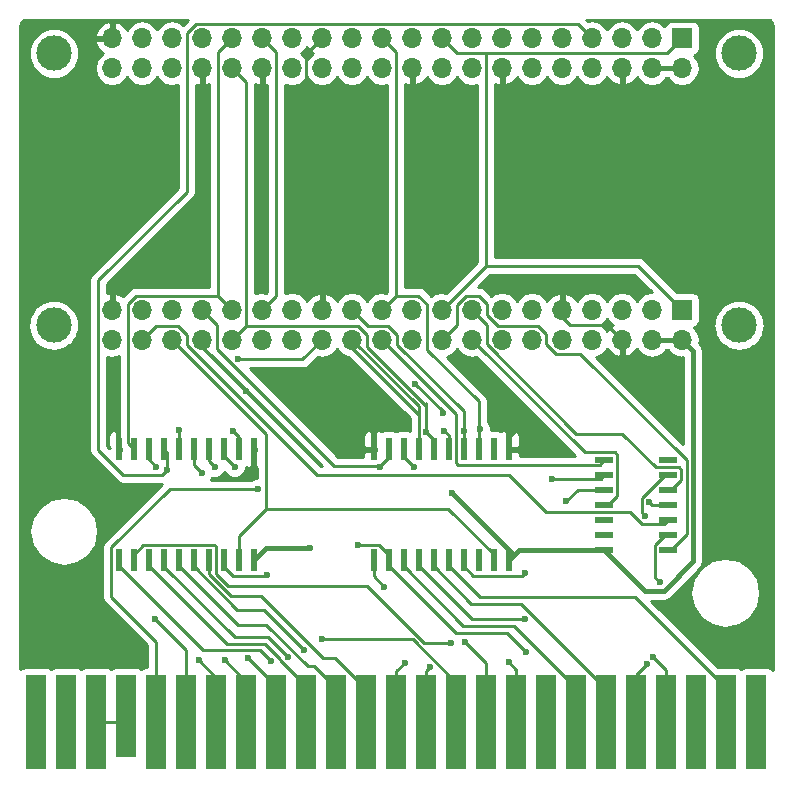
<source format=gbr>
G04 #@! TF.FileFunction,Copper,L1,Top,Mixed*
%FSLAX46Y46*%
G04 Gerber Fmt 4.6, Leading zero omitted, Abs format (unit mm)*
G04 Created by KiCad (PCBNEW 4.0.7) date 01/19/18 22:03:17*
%MOMM*%
%LPD*%
G01*
G04 APERTURE LIST*
%ADD10C,0.100000*%
%ADD11R,1.800000X8.000000*%
%ADD12R,1.800000X7.000000*%
%ADD13R,0.600000X1.950000*%
%ADD14R,1.500000X0.600000*%
%ADD15R,1.700000X1.700000*%
%ADD16O,1.700000X1.700000*%
%ADD17C,3.000000*%
%ADD18C,0.600000*%
%ADD19C,0.250000*%
%ADD20C,0.400000*%
%ADD21C,0.254000*%
G04 APERTURE END LIST*
D10*
D11*
X187949840Y-109827440D03*
X185409840Y-109827440D03*
X182869840Y-109827440D03*
X180329840Y-109827440D03*
X177789840Y-109827440D03*
X175249840Y-109827440D03*
X172709840Y-109827440D03*
X170169840Y-109827440D03*
X167629840Y-109827440D03*
X165089840Y-109827440D03*
X162549840Y-109827440D03*
X160009840Y-109827440D03*
X157469840Y-109827440D03*
X154929840Y-109827440D03*
X152389840Y-109827440D03*
X149849840Y-109827440D03*
X147309840Y-109827440D03*
X144769840Y-109827440D03*
X142229840Y-109827440D03*
X139689840Y-109827440D03*
X137149840Y-109827440D03*
D12*
X134604760Y-109334680D03*
D11*
X132069840Y-109827440D03*
X129529840Y-109827440D03*
X126989840Y-109827440D03*
D13*
X167005000Y-86740000D03*
X165735000Y-86740000D03*
X164465000Y-86740000D03*
X163195000Y-86740000D03*
X161925000Y-86740000D03*
X160655000Y-86740000D03*
X159385000Y-86740000D03*
X158115000Y-86740000D03*
X156845000Y-86740000D03*
X155575000Y-86740000D03*
X155575000Y-96140000D03*
X156845000Y-96140000D03*
X158115000Y-96140000D03*
X159385000Y-96140000D03*
X160655000Y-96140000D03*
X161925000Y-96140000D03*
X163195000Y-96140000D03*
X164465000Y-96140000D03*
X165735000Y-96140000D03*
X167005000Y-96140000D03*
X145415000Y-86740000D03*
X144145000Y-86740000D03*
X142875000Y-86740000D03*
X141605000Y-86740000D03*
X140335000Y-86740000D03*
X139065000Y-86740000D03*
X137795000Y-86740000D03*
X136525000Y-86740000D03*
X135255000Y-86740000D03*
X133985000Y-86740000D03*
X133985000Y-96140000D03*
X135255000Y-96140000D03*
X136525000Y-96140000D03*
X137795000Y-96140000D03*
X139065000Y-96140000D03*
X140335000Y-96140000D03*
X141605000Y-96140000D03*
X142875000Y-96140000D03*
X144145000Y-96140000D03*
X145415000Y-96140000D03*
D14*
X180500000Y-95250000D03*
X180500000Y-93980000D03*
X180500000Y-92710000D03*
X180500000Y-91440000D03*
X180500000Y-90170000D03*
X180500000Y-88900000D03*
X180500000Y-87630000D03*
X175100000Y-87630000D03*
X175100000Y-88900000D03*
X175100000Y-90170000D03*
X175100000Y-91440000D03*
X175100000Y-92710000D03*
X175100000Y-93980000D03*
X175100000Y-95250000D03*
D15*
X181674000Y-74930000D03*
D16*
X181674000Y-77470000D03*
X179134000Y-74930000D03*
X179134000Y-77470000D03*
X176594000Y-74930000D03*
X176594000Y-77470000D03*
X174054000Y-74930000D03*
X174054000Y-77470000D03*
X171514000Y-74930000D03*
X171514000Y-77470000D03*
X168974000Y-74930000D03*
X168974000Y-77470000D03*
X166434000Y-74930000D03*
X166434000Y-77470000D03*
X163894000Y-74930000D03*
X163894000Y-77470000D03*
X161354000Y-74930000D03*
X161354000Y-77470000D03*
X158814000Y-74930000D03*
X158814000Y-77470000D03*
X156274000Y-74930000D03*
X156274000Y-77470000D03*
X153734000Y-74930000D03*
X153734000Y-77470000D03*
X151194000Y-74930000D03*
X151194000Y-77470000D03*
X148654000Y-74930000D03*
X148654000Y-77470000D03*
X146114000Y-74930000D03*
X146114000Y-77470000D03*
X143574000Y-74930000D03*
X143574000Y-77470000D03*
X141034000Y-74930000D03*
X141034000Y-77470000D03*
X138494000Y-74930000D03*
X138494000Y-77470000D03*
X135954000Y-74930000D03*
X135954000Y-77470000D03*
X133414000Y-74930000D03*
X133414000Y-77470000D03*
D15*
X181674000Y-51943000D03*
D16*
X181674000Y-54483000D03*
X179134000Y-51943000D03*
X179134000Y-54483000D03*
X176594000Y-51943000D03*
X176594000Y-54483000D03*
X174054000Y-51943000D03*
X174054000Y-54483000D03*
X171514000Y-51943000D03*
X171514000Y-54483000D03*
X168974000Y-51943000D03*
X168974000Y-54483000D03*
X166434000Y-51943000D03*
X166434000Y-54483000D03*
X163894000Y-51943000D03*
X163894000Y-54483000D03*
X161354000Y-51943000D03*
X161354000Y-54483000D03*
X158814000Y-51943000D03*
X158814000Y-54483000D03*
X156274000Y-51943000D03*
X156274000Y-54483000D03*
X153734000Y-51943000D03*
X153734000Y-54483000D03*
X151194000Y-51943000D03*
X151194000Y-54483000D03*
X148654000Y-51943000D03*
X148654000Y-54483000D03*
X146114000Y-51943000D03*
X146114000Y-54483000D03*
X143574000Y-51943000D03*
X143574000Y-54483000D03*
X141034000Y-51943000D03*
X141034000Y-54483000D03*
X138494000Y-51943000D03*
X138494000Y-54483000D03*
X135954000Y-51943000D03*
X135954000Y-54483000D03*
X133414000Y-51943000D03*
X133414000Y-54483000D03*
D17*
X128500000Y-76213000D03*
X128500000Y-53213000D03*
X186500000Y-53213000D03*
X186500000Y-76213000D03*
X186500000Y-76213000D03*
X186500000Y-53213000D03*
X128500000Y-53213000D03*
X128500000Y-76213000D03*
D18*
X152425400Y-79451200D03*
X161417000Y-83680300D03*
X159092900Y-81178400D03*
X149860000Y-84074000D03*
X130556000Y-103378000D03*
X133350000Y-103378000D03*
X130556000Y-102108000D03*
X133350000Y-102108000D03*
X155575000Y-86740000D03*
X145415000Y-86740000D03*
X167005000Y-86740000D03*
X164846000Y-80772000D03*
X144780000Y-81788000D03*
X133604000Y-82804000D03*
X146050000Y-80264000D03*
X180500000Y-87630000D03*
X180340000Y-83058000D03*
X133350000Y-63500000D03*
X130790000Y-63500000D03*
X130810000Y-68580000D03*
X162168800Y-90415200D03*
X150214100Y-95095200D03*
X142102800Y-88236100D03*
X138068700Y-88453600D03*
X137173400Y-88226100D03*
X144111600Y-79133100D03*
X143790600Y-88239000D03*
X143654200Y-85185400D03*
X141014700Y-88732300D03*
X139121700Y-85084000D03*
X179824500Y-98008200D03*
X178890900Y-91234200D03*
X179253900Y-104359800D03*
X178534500Y-92387700D03*
X178694400Y-104938700D03*
X168417400Y-101081100D03*
X154198600Y-94860700D03*
X168451000Y-103936900D03*
X171863500Y-91144500D03*
X156446600Y-98366400D03*
X167005800Y-104770600D03*
X163337800Y-103061400D03*
X162078700Y-103149400D03*
X146878800Y-104666100D03*
X151186900Y-102799100D03*
X160339000Y-105190700D03*
X158176500Y-104811800D03*
X146491100Y-97426000D03*
X149699100Y-103741300D03*
X148273700Y-104314200D03*
X144963900Y-104447900D03*
X142954700Y-104614300D03*
X140732100Y-104575000D03*
X137078100Y-101086800D03*
X170689900Y-89228000D03*
X145774200Y-90077900D03*
X161534800Y-85175700D03*
X163175800Y-85197800D03*
X159996500Y-85279500D03*
X164542900Y-85058000D03*
X156138800Y-88201300D03*
X158982200Y-88246700D03*
X168349000Y-97189200D03*
D19*
X161417000Y-83502500D02*
X161417000Y-83680300D01*
X159092900Y-81178400D02*
X161417000Y-83502500D01*
X171514000Y-74930000D02*
X171514000Y-75502000D01*
X171514000Y-75502000D02*
X172212000Y-76200000D01*
X172212000Y-76200000D02*
X175324000Y-76200000D01*
X175324000Y-76200000D02*
X176594000Y-77470000D01*
X133350000Y-103378000D02*
X130556000Y-103378000D01*
X133350000Y-102108000D02*
X130556000Y-102108000D01*
X167005000Y-86740000D02*
X167005000Y-85725000D01*
X168148000Y-84074000D02*
X164846000Y-80772000D01*
X168148000Y-84582000D02*
X168148000Y-84074000D01*
X167005000Y-85725000D02*
X168148000Y-84582000D01*
X151194000Y-74930000D02*
X151194000Y-72454000D01*
X149860000Y-53277000D02*
X151194000Y-51943000D01*
X149860000Y-55626000D02*
X149860000Y-53277000D01*
X150368000Y-56134000D02*
X149860000Y-55626000D01*
X150368000Y-71628000D02*
X150368000Y-56134000D01*
X151194000Y-72454000D02*
X150368000Y-71628000D01*
X141034000Y-77470000D02*
X141034000Y-78042000D01*
X141034000Y-78042000D02*
X144780000Y-81788000D01*
X133985000Y-86740000D02*
X133985000Y-83185000D01*
X133985000Y-83185000D02*
X133604000Y-82804000D01*
X146050000Y-80264000D02*
X149860000Y-84074000D01*
X152526000Y-86740000D02*
X155575000Y-86740000D01*
X149860000Y-84074000D02*
X152526000Y-86740000D01*
X130790000Y-63500000D02*
X130810000Y-63500000D01*
D20*
X179134000Y-54483000D02*
X181674000Y-54483000D01*
X181674000Y-77470000D02*
X179134000Y-77470000D01*
X178571400Y-98721400D02*
X175100000Y-95250000D01*
X180117900Y-98721400D02*
X178571400Y-98721400D01*
X182600400Y-96238900D02*
X180117900Y-98721400D01*
X182600400Y-78396400D02*
X182600400Y-96238900D01*
X181674000Y-77470000D02*
X182600400Y-78396400D01*
X167449300Y-95695700D02*
X162168800Y-90415200D01*
X167895000Y-95250000D02*
X167449300Y-95695700D01*
X175100000Y-95250000D02*
X167895000Y-95250000D01*
X167449300Y-95695700D02*
X167005000Y-96140000D01*
X146459800Y-95095200D02*
X145415000Y-96140000D01*
X150214100Y-95095200D02*
X146459800Y-95095200D01*
D19*
X141605000Y-87738300D02*
X142102800Y-88236100D01*
X141605000Y-86740000D02*
X141605000Y-87738300D01*
X137634000Y-88888300D02*
X138068700Y-88453600D01*
X134350100Y-88888300D02*
X137634000Y-88888300D01*
X132236800Y-86775000D02*
X134350100Y-88888300D01*
X132236800Y-72448100D02*
X132236800Y-86775000D01*
X139764000Y-64920900D02*
X132236800Y-72448100D01*
X139764000Y-51518600D02*
X139764000Y-64920900D01*
X140523900Y-50758700D02*
X139764000Y-51518600D01*
X172869700Y-50758700D02*
X140523900Y-50758700D01*
X174054000Y-51943000D02*
X172869700Y-50758700D01*
X138068700Y-87013700D02*
X137795000Y-86740000D01*
X138068700Y-88453600D02*
X138068700Y-87013700D01*
X134755400Y-86240400D02*
X135255000Y-86740000D01*
X134755400Y-74454500D02*
X134755400Y-86240400D01*
X135470500Y-73739400D02*
X134755400Y-74454500D01*
X142383400Y-73739400D02*
X135470500Y-73739400D01*
X142383400Y-53133600D02*
X142383400Y-73739400D01*
X143574000Y-51943000D02*
X142383400Y-53133600D01*
X142383400Y-73739400D02*
X143574000Y-74930000D01*
X136525000Y-87577700D02*
X137173400Y-88226100D01*
X136525000Y-86740000D02*
X136525000Y-87577700D01*
X149530900Y-79133100D02*
X144111600Y-79133100D01*
X151194000Y-77470000D02*
X149530900Y-79133100D01*
X142875000Y-87323400D02*
X143790600Y-88239000D01*
X142875000Y-86740000D02*
X142875000Y-87323400D01*
X174689600Y-88040400D02*
X175100000Y-87630000D01*
X162695100Y-88040400D02*
X174689600Y-88040400D01*
X162550400Y-87895700D02*
X162695100Y-88040400D01*
X162550400Y-83746400D02*
X162550400Y-87895700D01*
X156274000Y-77470000D02*
X162550400Y-83746400D01*
X144145000Y-85676200D02*
X143654200Y-85185400D01*
X144145000Y-86740000D02*
X144145000Y-85676200D01*
X140335000Y-88052600D02*
X141014700Y-88732300D01*
X140335000Y-86740000D02*
X140335000Y-88052600D01*
X147304600Y-73739400D02*
X146114000Y-74930000D01*
X147304600Y-53133600D02*
X147304600Y-73739400D01*
X146114000Y-51943000D02*
X147304600Y-53133600D01*
X139121700Y-86683300D02*
X139121700Y-85084000D01*
X139065000Y-86740000D02*
X139121700Y-86683300D01*
X179424600Y-97608300D02*
X179824500Y-98008200D01*
X179424600Y-94815300D02*
X179424600Y-97608300D01*
X180259900Y-93980000D02*
X179424600Y-94815300D01*
X180500000Y-93980000D02*
X180259900Y-93980000D01*
X180329800Y-105435700D02*
X180329800Y-109827400D01*
X179253900Y-104359800D02*
X180329800Y-105435700D01*
X179096700Y-91440000D02*
X178890900Y-91234200D01*
X180500000Y-91440000D02*
X179096700Y-91440000D01*
X178240300Y-92093500D02*
X178534500Y-92387700D01*
X178240300Y-90854100D02*
X178240300Y-92093500D01*
X180194400Y-88900000D02*
X178240300Y-90854100D01*
X180500000Y-88900000D02*
X180194400Y-88900000D01*
X177789800Y-105843300D02*
X177789800Y-109827400D01*
X178694400Y-104938700D02*
X177789800Y-105843300D01*
X163861000Y-101081100D02*
X168417400Y-101081100D01*
X159385000Y-96605100D02*
X163861000Y-101081100D01*
X159385000Y-96140000D02*
X159385000Y-96605100D01*
X175249800Y-106995300D02*
X175249800Y-109827400D01*
X168061100Y-99806600D02*
X175249800Y-106995300D01*
X163839500Y-99806600D02*
X168061100Y-99806600D01*
X160655000Y-96622100D02*
X163839500Y-99806600D01*
X160655000Y-96140000D02*
X160655000Y-96622100D01*
X156845000Y-95674900D02*
X156845000Y-96140000D01*
X156009700Y-94839600D02*
X156845000Y-95674900D01*
X154219700Y-94839600D02*
X156009700Y-94839600D01*
X154198600Y-94860700D02*
X154219700Y-94839600D01*
X166838900Y-102324800D02*
X168451000Y-103936900D01*
X162551600Y-102324800D02*
X166838900Y-102324800D01*
X156845000Y-96618200D02*
X162551600Y-102324800D01*
X156845000Y-96140000D02*
X156845000Y-96618200D01*
X172709800Y-106987900D02*
X172709800Y-109827400D01*
X167424800Y-101702900D02*
X172709800Y-106987900D01*
X163155200Y-101702900D02*
X167424800Y-101702900D01*
X158115000Y-96662700D02*
X163155200Y-101702900D01*
X158115000Y-96140000D02*
X158115000Y-96662700D01*
X172838000Y-90170000D02*
X171863500Y-91144500D01*
X175100000Y-90170000D02*
X172838000Y-90170000D01*
X155575000Y-97494800D02*
X156446600Y-98366400D01*
X155575000Y-96140000D02*
X155575000Y-97494800D01*
X167629800Y-105394600D02*
X167629800Y-109827400D01*
X167005800Y-104770600D02*
X167629800Y-105394600D01*
X165089800Y-104813400D02*
X165089800Y-109827400D01*
X163337800Y-103061400D02*
X165089800Y-104813400D01*
X135255000Y-95652300D02*
X135255000Y-96140000D01*
X136067700Y-94839600D02*
X135255000Y-95652300D01*
X142088500Y-94839600D02*
X136067700Y-94839600D01*
X142249600Y-95000700D02*
X142088500Y-94839600D01*
X142249600Y-97276300D02*
X142249600Y-95000700D01*
X143259800Y-98286500D02*
X142249600Y-97276300D01*
X154975200Y-98286500D02*
X143259800Y-98286500D01*
X159838100Y-103149400D02*
X154975200Y-98286500D01*
X162078700Y-103149400D02*
X159838100Y-103149400D01*
X145966900Y-103754200D02*
X146878800Y-104666100D01*
X141130200Y-103754200D02*
X145966900Y-103754200D01*
X133985000Y-96609000D02*
X141130200Y-103754200D01*
X133985000Y-96140000D02*
X133985000Y-96609000D01*
X158850900Y-102799100D02*
X151186900Y-102799100D01*
X162549800Y-106498000D02*
X158850900Y-102799100D01*
X162549800Y-109827400D02*
X162549800Y-106498000D01*
X160009800Y-105519900D02*
X160009800Y-109827400D01*
X160339000Y-105190700D02*
X160009800Y-105519900D01*
X157469800Y-105518500D02*
X157469800Y-109827400D01*
X158176500Y-104811800D02*
X157469800Y-105518500D01*
X146463600Y-97453500D02*
X146491100Y-97426000D01*
X143634700Y-97453500D02*
X146463600Y-97453500D01*
X142875000Y-96693800D02*
X143634700Y-97453500D01*
X142875000Y-96140000D02*
X142875000Y-96693800D01*
X154929800Y-106998200D02*
X154929800Y-109827400D01*
X152307300Y-104375700D02*
X154929800Y-106998200D01*
X151290000Y-104375700D02*
X152307300Y-104375700D01*
X146055300Y-99141000D02*
X151290000Y-104375700D01*
X143461400Y-99141000D02*
X146055300Y-99141000D01*
X141605000Y-97284600D02*
X143461400Y-99141000D01*
X141605000Y-96140000D02*
X141605000Y-97284600D01*
X146272000Y-100314200D02*
X149699100Y-103741300D01*
X143997700Y-100314200D02*
X146272000Y-100314200D01*
X140335000Y-96651500D02*
X143997700Y-100314200D01*
X140335000Y-96140000D02*
X140335000Y-96651500D01*
X152389800Y-106990600D02*
X152389800Y-109827400D01*
X150519800Y-105120600D02*
X152389800Y-106990600D01*
X149964500Y-105120600D02*
X150519800Y-105120600D01*
X146442500Y-101598600D02*
X149964500Y-105120600D01*
X144057400Y-101598600D02*
X146442500Y-101598600D01*
X139065000Y-96606200D02*
X144057400Y-101598600D01*
X139065000Y-96140000D02*
X139065000Y-96606200D01*
X146620000Y-102660500D02*
X148273700Y-104314200D01*
X143785800Y-102660500D02*
X146620000Y-102660500D01*
X137795000Y-96669700D02*
X143785800Y-102660500D01*
X137795000Y-96140000D02*
X137795000Y-96669700D01*
X149849800Y-106774600D02*
X149849800Y-109827400D01*
X147648400Y-104573200D02*
X149849800Y-106774600D01*
X147648400Y-104488700D02*
X147648400Y-104573200D01*
X146383700Y-103224000D02*
X147648400Y-104488700D01*
X143121400Y-103224000D02*
X146383700Y-103224000D01*
X136525000Y-96627600D02*
X143121400Y-103224000D01*
X136525000Y-96140000D02*
X136525000Y-96627600D01*
X147309800Y-106793800D02*
X147309800Y-109827400D01*
X144963900Y-104447900D02*
X147309800Y-106793800D01*
X144769800Y-106429400D02*
X144769800Y-109827400D01*
X142954700Y-104614300D02*
X144769800Y-106429400D01*
X142229800Y-106072700D02*
X142229800Y-109827400D01*
X140732100Y-104575000D02*
X142229800Y-106072700D01*
X139689800Y-103698500D02*
X139689800Y-109827400D01*
X137078100Y-101086800D02*
X139689800Y-103698500D01*
X174772000Y-89228000D02*
X170689900Y-89228000D01*
X175100000Y-88900000D02*
X174772000Y-89228000D01*
X137149800Y-103031800D02*
X137149800Y-109827400D01*
X133355400Y-99237400D02*
X137149800Y-103031800D01*
X133355400Y-95024500D02*
X133355400Y-99237400D01*
X138302000Y-90077900D02*
X133355400Y-95024500D01*
X145774200Y-90077900D02*
X138302000Y-90077900D01*
X180404000Y-53213000D02*
X165082100Y-53213000D01*
X181674000Y-51943000D02*
X180404000Y-53213000D01*
X162624000Y-53213000D02*
X161354000Y-51943000D01*
X165082100Y-53213000D02*
X162624000Y-53213000D01*
X165082100Y-71201900D02*
X161354000Y-74930000D01*
X165082100Y-53213000D02*
X165082100Y-71201900D01*
X177945900Y-71201900D02*
X181674000Y-74930000D01*
X165082100Y-71201900D02*
X177945900Y-71201900D01*
X180123300Y-93086700D02*
X180500000Y-92710000D01*
X178267800Y-93086700D02*
X180123300Y-93086700D01*
X177246500Y-92065400D02*
X178267800Y-93086700D01*
X170180300Y-92065400D02*
X177246500Y-92065400D01*
X167002800Y-88887900D02*
X170180300Y-92065400D01*
X150753600Y-88887900D02*
X167002800Y-88887900D01*
X139764000Y-77898300D02*
X150753600Y-88887900D01*
X139764000Y-77036300D02*
X139764000Y-77898300D01*
X139022300Y-76294600D02*
X139764000Y-77036300D01*
X137129400Y-76294600D02*
X139022300Y-76294600D01*
X135954000Y-77470000D02*
X137129400Y-76294600D01*
X162624000Y-76200000D02*
X161354000Y-77470000D01*
X162624000Y-74521800D02*
X162624000Y-76200000D01*
X163409900Y-73735900D02*
X162624000Y-74521800D01*
X164452900Y-73735900D02*
X163409900Y-73735900D01*
X165164000Y-74447000D02*
X164452900Y-73735900D01*
X165164000Y-75339400D02*
X165164000Y-74447000D01*
X166119200Y-76294600D02*
X165164000Y-75339400D01*
X169460800Y-76294600D02*
X166119200Y-76294600D01*
X170149300Y-76983100D02*
X169460800Y-76294600D01*
X170149300Y-77835300D02*
X170149300Y-76983100D01*
X170959300Y-78645300D02*
X170149300Y-77835300D01*
X173064400Y-78645300D02*
X170959300Y-78645300D01*
X182075000Y-87655900D02*
X173064400Y-78645300D01*
X182075000Y-93936700D02*
X182075000Y-87655900D01*
X180761700Y-95250000D02*
X182075000Y-93936700D01*
X180500000Y-95250000D02*
X180761700Y-95250000D01*
X153734000Y-77470000D02*
X153734000Y-78169000D01*
X153734000Y-78169000D02*
X159371200Y-83806200D01*
X159371200Y-86726200D02*
X159385000Y-86740000D01*
X159371200Y-83107200D02*
X159371200Y-83806200D01*
X159371200Y-83806200D02*
X159371200Y-86726200D01*
X153734000Y-77470000D02*
X159371200Y-83107200D01*
X161925000Y-85565900D02*
X161534800Y-85175700D01*
X161925000Y-86740000D02*
X161925000Y-85565900D01*
X163175800Y-83509900D02*
X163175800Y-85197800D01*
X157544000Y-77878100D02*
X163175800Y-83509900D01*
X157544000Y-77039000D02*
X157544000Y-77878100D01*
X156799600Y-76294600D02*
X157544000Y-77039000D01*
X155098600Y-76294600D02*
X156799600Y-76294600D01*
X153734000Y-74930000D02*
X155098600Y-76294600D01*
X163175800Y-86720800D02*
X163195000Y-86740000D01*
X163175800Y-85197800D02*
X163175800Y-86720800D01*
X165735000Y-95617200D02*
X165735000Y-96140000D01*
X161881900Y-91764100D02*
X165735000Y-95617200D01*
X146428000Y-91764100D02*
X161881900Y-91764100D01*
X146428000Y-85404000D02*
X146428000Y-91764100D01*
X138494000Y-77470000D02*
X146428000Y-85404000D01*
X144145000Y-94047100D02*
X144145000Y-96140000D01*
X146428000Y-91764100D02*
X144145000Y-94047100D01*
X155004000Y-78089000D02*
X159996500Y-83081500D01*
X155004000Y-77965800D02*
X155004000Y-78089000D01*
X159996500Y-82858100D02*
X159996500Y-83185000D01*
X159996500Y-83185000D02*
X159996500Y-85279500D01*
X159996500Y-82858100D02*
X159996500Y-83081500D01*
X155004000Y-77965800D02*
X155004000Y-77070700D01*
X155028200Y-77889800D02*
X155028200Y-77990000D01*
X155004000Y-77070700D02*
X155004000Y-77865600D01*
X155004000Y-77865600D02*
X155028200Y-77889800D01*
X160655000Y-85938000D02*
X159996500Y-85279500D01*
X160655000Y-86740000D02*
X160655000Y-85938000D01*
X144775500Y-55684500D02*
X144775500Y-76268500D01*
X143574000Y-54483000D02*
X144775500Y-55684500D01*
X143574000Y-77470000D02*
X144775500Y-76268500D01*
X154201800Y-76268500D02*
X155004000Y-77070700D01*
X144775500Y-76268500D02*
X154201800Y-76268500D01*
X164542900Y-85058000D02*
X164465000Y-85058000D01*
X164465000Y-85058000D02*
X164465000Y-86740000D01*
X164465000Y-82687100D02*
X164465000Y-85058000D01*
X160084000Y-78306100D02*
X164465000Y-82687100D01*
X160084000Y-74476100D02*
X160084000Y-78306100D01*
X159347300Y-73739400D02*
X160084000Y-74476100D01*
X157464600Y-73739400D02*
X159347300Y-73739400D01*
X157464600Y-53133600D02*
X157464600Y-73739400D01*
X156274000Y-51943000D02*
X157464600Y-53133600D01*
X157464600Y-73739400D02*
X156274000Y-74930000D01*
X156138800Y-88139700D02*
X156138800Y-88201300D01*
X156845000Y-87433500D02*
X156845000Y-86740000D01*
X156138800Y-88139700D02*
X156845000Y-87433500D01*
X152233900Y-88139700D02*
X156138800Y-88139700D01*
X142304000Y-78209800D02*
X152233900Y-88139700D01*
X142304000Y-76200000D02*
X142304000Y-78209800D01*
X141034000Y-74930000D02*
X142304000Y-76200000D01*
X158115000Y-87379500D02*
X158982200Y-88246700D01*
X158115000Y-86740000D02*
X158115000Y-87379500D01*
X180742300Y-90170000D02*
X180500000Y-90170000D01*
X181575400Y-89336900D02*
X180742300Y-90170000D01*
X181575400Y-88457200D02*
X181575400Y-89336900D01*
X181373600Y-88255400D02*
X181575400Y-88457200D01*
X179462800Y-88255400D02*
X181373600Y-88255400D01*
X176628900Y-85421500D02*
X179462800Y-88255400D01*
X172720300Y-85421500D02*
X176628900Y-85421500D01*
X165164000Y-77865200D02*
X172720300Y-85421500D01*
X165164000Y-76200000D02*
X165164000Y-77865200D01*
X163894000Y-74930000D02*
X165164000Y-76200000D01*
X185409800Y-106969700D02*
X185409800Y-109827400D01*
X177686900Y-99246800D02*
X185409800Y-106969700D01*
X164562900Y-99246800D02*
X177686900Y-99246800D01*
X161925000Y-96608900D02*
X164562900Y-99246800D01*
X161925000Y-96140000D02*
X161925000Y-96608900D01*
X134112100Y-109827400D02*
X134604800Y-109334700D01*
X132069800Y-109827400D02*
X134112100Y-109827400D01*
X175415600Y-91440000D02*
X175100000Y-91440000D01*
X176178500Y-90677100D02*
X175415600Y-91440000D01*
X176178500Y-87193200D02*
X176178500Y-90677100D01*
X175982900Y-86997600D02*
X176178500Y-87193200D01*
X173421600Y-86997600D02*
X175982900Y-86997600D01*
X163894000Y-77470000D02*
X173421600Y-86997600D01*
X168097800Y-97440400D02*
X168349000Y-97189200D01*
X163982500Y-97440400D02*
X168097800Y-97440400D01*
X163195000Y-96652900D02*
X163982500Y-97440400D01*
X163195000Y-96140000D02*
X163195000Y-96652900D01*
D21*
G36*
X189098277Y-50412811D02*
X189234241Y-50503658D01*
X189325089Y-50639622D01*
X189370900Y-50869931D01*
X189370900Y-105464533D01*
X189313930Y-105375999D01*
X189101730Y-105231009D01*
X188849840Y-105180000D01*
X187049840Y-105180000D01*
X186814523Y-105224278D01*
X186679263Y-105311316D01*
X186561730Y-105231009D01*
X186309840Y-105180000D01*
X184694902Y-105180000D01*
X179071302Y-99556400D01*
X180117900Y-99556400D01*
X180437441Y-99492839D01*
X180708334Y-99311834D01*
X181125268Y-98894900D01*
X182375734Y-98894900D01*
X182601665Y-100030730D01*
X183245060Y-100993640D01*
X184207970Y-101637035D01*
X185343800Y-101862966D01*
X186479630Y-101637035D01*
X187442540Y-100993640D01*
X188085935Y-100030730D01*
X188311866Y-98894900D01*
X188085935Y-97759070D01*
X187442540Y-96796160D01*
X186479630Y-96152765D01*
X185343800Y-95926834D01*
X184207970Y-96152765D01*
X183245060Y-96796160D01*
X182601665Y-97759070D01*
X182375734Y-98894900D01*
X181125268Y-98894900D01*
X183190834Y-96829334D01*
X183251693Y-96738252D01*
X183371839Y-96558441D01*
X183435400Y-96238900D01*
X183435400Y-78396400D01*
X183371839Y-78076859D01*
X183190834Y-77805966D01*
X183113368Y-77728500D01*
X183159000Y-77499093D01*
X183159000Y-77440907D01*
X183045961Y-76872622D01*
X182724054Y-76390853D01*
X182722821Y-76390029D01*
X182759317Y-76383162D01*
X182947420Y-76262121D01*
X184327620Y-76262121D01*
X184364793Y-76449003D01*
X184364630Y-76635815D01*
X184436599Y-76809992D01*
X184492945Y-77093263D01*
X184652005Y-77331313D01*
X184688980Y-77420800D01*
X184757988Y-77489929D01*
X184963749Y-77797872D01*
X185269003Y-78001836D01*
X185289041Y-78021909D01*
X185315467Y-78032882D01*
X185668358Y-78268676D01*
X186499500Y-78434001D01*
X187330642Y-78268676D01*
X187678965Y-78035935D01*
X187707800Y-78024020D01*
X187730075Y-78001784D01*
X188035251Y-77797872D01*
X188237382Y-77495362D01*
X188308909Y-77423959D01*
X188348009Y-77329796D01*
X188506055Y-77093263D01*
X188561069Y-76816691D01*
X188634628Y-76639541D01*
X188634797Y-76446035D01*
X188671380Y-76262121D01*
X188635117Y-76079815D01*
X188635370Y-75790185D01*
X188523791Y-75520144D01*
X188506055Y-75430979D01*
X188455988Y-75356048D01*
X188311020Y-75005200D01*
X188040463Y-74734171D01*
X188035251Y-74726370D01*
X188027518Y-74721203D01*
X187710959Y-74404091D01*
X186926541Y-74078372D01*
X186077185Y-74077630D01*
X185292200Y-74401980D01*
X184974317Y-74719309D01*
X184963749Y-74726370D01*
X184956749Y-74736846D01*
X184691091Y-75002041D01*
X184545871Y-75351770D01*
X184492945Y-75430979D01*
X184474522Y-75523596D01*
X184365372Y-75786459D01*
X184365121Y-76073591D01*
X184327620Y-76262121D01*
X182947420Y-76262121D01*
X182975441Y-76244090D01*
X183120431Y-76031890D01*
X183171440Y-75780000D01*
X183171440Y-74080000D01*
X183127162Y-73844683D01*
X182988090Y-73628559D01*
X182775890Y-73483569D01*
X182524000Y-73432560D01*
X181251362Y-73432560D01*
X178483301Y-70664499D01*
X178236739Y-70499752D01*
X177945900Y-70441900D01*
X165842100Y-70441900D01*
X165842100Y-55827138D01*
X166077110Y-55924476D01*
X166307000Y-55803155D01*
X166307000Y-54610000D01*
X166287000Y-54610000D01*
X166287000Y-54356000D01*
X166307000Y-54356000D01*
X166307000Y-54336000D01*
X166561000Y-54336000D01*
X166561000Y-54356000D01*
X166581000Y-54356000D01*
X166581000Y-54610000D01*
X166561000Y-54610000D01*
X166561000Y-55803155D01*
X166790890Y-55924476D01*
X167200924Y-55754645D01*
X167629183Y-55364358D01*
X167696298Y-55221447D01*
X167923946Y-55562147D01*
X168405715Y-55884054D01*
X168974000Y-55997093D01*
X169542285Y-55884054D01*
X170024054Y-55562147D01*
X170244000Y-55232974D01*
X170463946Y-55562147D01*
X170945715Y-55884054D01*
X171514000Y-55997093D01*
X172082285Y-55884054D01*
X172564054Y-55562147D01*
X172784000Y-55232974D01*
X173003946Y-55562147D01*
X173485715Y-55884054D01*
X174054000Y-55997093D01*
X174622285Y-55884054D01*
X175104054Y-55562147D01*
X175331702Y-55221447D01*
X175398817Y-55364358D01*
X175827076Y-55754645D01*
X176237110Y-55924476D01*
X176467000Y-55803155D01*
X176467000Y-54610000D01*
X176447000Y-54610000D01*
X176447000Y-54356000D01*
X176467000Y-54356000D01*
X176467000Y-54336000D01*
X176721000Y-54336000D01*
X176721000Y-54356000D01*
X176741000Y-54356000D01*
X176741000Y-54610000D01*
X176721000Y-54610000D01*
X176721000Y-55803155D01*
X176950890Y-55924476D01*
X177360924Y-55754645D01*
X177789183Y-55364358D01*
X177856298Y-55221447D01*
X178083946Y-55562147D01*
X178565715Y-55884054D01*
X179134000Y-55997093D01*
X179702285Y-55884054D01*
X180184054Y-55562147D01*
X180347187Y-55318000D01*
X180460813Y-55318000D01*
X180623946Y-55562147D01*
X181105715Y-55884054D01*
X181674000Y-55997093D01*
X182242285Y-55884054D01*
X182724054Y-55562147D01*
X183045961Y-55080378D01*
X183159000Y-54512093D01*
X183159000Y-54453907D01*
X183045961Y-53885622D01*
X182879046Y-53635815D01*
X184364630Y-53635815D01*
X184688980Y-54420800D01*
X185289041Y-55021909D01*
X186073459Y-55347628D01*
X186922815Y-55348370D01*
X187707800Y-55024020D01*
X188308909Y-54423959D01*
X188634628Y-53639541D01*
X188635370Y-52790185D01*
X188311020Y-52005200D01*
X187710959Y-51404091D01*
X186926541Y-51078372D01*
X186077185Y-51077630D01*
X185292200Y-51401980D01*
X184691091Y-52002041D01*
X184365372Y-52786459D01*
X184364630Y-53635815D01*
X182879046Y-53635815D01*
X182724054Y-53403853D01*
X182722821Y-53403029D01*
X182759317Y-53396162D01*
X182975441Y-53257090D01*
X183120431Y-53044890D01*
X183171440Y-52793000D01*
X183171440Y-51093000D01*
X183127162Y-50857683D01*
X182988090Y-50641559D01*
X182775890Y-50496569D01*
X182524000Y-50445560D01*
X180824000Y-50445560D01*
X180588683Y-50489838D01*
X180372559Y-50628910D01*
X180227569Y-50841110D01*
X180213914Y-50908541D01*
X180184054Y-50863853D01*
X179702285Y-50541946D01*
X179134000Y-50428907D01*
X178565715Y-50541946D01*
X178083946Y-50863853D01*
X177864000Y-51193026D01*
X177644054Y-50863853D01*
X177162285Y-50541946D01*
X176594000Y-50428907D01*
X176025715Y-50541946D01*
X175543946Y-50863853D01*
X175324000Y-51193026D01*
X175104054Y-50863853D01*
X174622285Y-50541946D01*
X174054000Y-50428907D01*
X173687592Y-50501790D01*
X173552802Y-50367000D01*
X188867973Y-50367000D01*
X189098277Y-50412811D01*
X189098277Y-50412811D01*
G37*
X189098277Y-50412811D02*
X189234241Y-50503658D01*
X189325089Y-50639622D01*
X189370900Y-50869931D01*
X189370900Y-105464533D01*
X189313930Y-105375999D01*
X189101730Y-105231009D01*
X188849840Y-105180000D01*
X187049840Y-105180000D01*
X186814523Y-105224278D01*
X186679263Y-105311316D01*
X186561730Y-105231009D01*
X186309840Y-105180000D01*
X184694902Y-105180000D01*
X179071302Y-99556400D01*
X180117900Y-99556400D01*
X180437441Y-99492839D01*
X180708334Y-99311834D01*
X181125268Y-98894900D01*
X182375734Y-98894900D01*
X182601665Y-100030730D01*
X183245060Y-100993640D01*
X184207970Y-101637035D01*
X185343800Y-101862966D01*
X186479630Y-101637035D01*
X187442540Y-100993640D01*
X188085935Y-100030730D01*
X188311866Y-98894900D01*
X188085935Y-97759070D01*
X187442540Y-96796160D01*
X186479630Y-96152765D01*
X185343800Y-95926834D01*
X184207970Y-96152765D01*
X183245060Y-96796160D01*
X182601665Y-97759070D01*
X182375734Y-98894900D01*
X181125268Y-98894900D01*
X183190834Y-96829334D01*
X183251693Y-96738252D01*
X183371839Y-96558441D01*
X183435400Y-96238900D01*
X183435400Y-78396400D01*
X183371839Y-78076859D01*
X183190834Y-77805966D01*
X183113368Y-77728500D01*
X183159000Y-77499093D01*
X183159000Y-77440907D01*
X183045961Y-76872622D01*
X182724054Y-76390853D01*
X182722821Y-76390029D01*
X182759317Y-76383162D01*
X182947420Y-76262121D01*
X184327620Y-76262121D01*
X184364793Y-76449003D01*
X184364630Y-76635815D01*
X184436599Y-76809992D01*
X184492945Y-77093263D01*
X184652005Y-77331313D01*
X184688980Y-77420800D01*
X184757988Y-77489929D01*
X184963749Y-77797872D01*
X185269003Y-78001836D01*
X185289041Y-78021909D01*
X185315467Y-78032882D01*
X185668358Y-78268676D01*
X186499500Y-78434001D01*
X187330642Y-78268676D01*
X187678965Y-78035935D01*
X187707800Y-78024020D01*
X187730075Y-78001784D01*
X188035251Y-77797872D01*
X188237382Y-77495362D01*
X188308909Y-77423959D01*
X188348009Y-77329796D01*
X188506055Y-77093263D01*
X188561069Y-76816691D01*
X188634628Y-76639541D01*
X188634797Y-76446035D01*
X188671380Y-76262121D01*
X188635117Y-76079815D01*
X188635370Y-75790185D01*
X188523791Y-75520144D01*
X188506055Y-75430979D01*
X188455988Y-75356048D01*
X188311020Y-75005200D01*
X188040463Y-74734171D01*
X188035251Y-74726370D01*
X188027518Y-74721203D01*
X187710959Y-74404091D01*
X186926541Y-74078372D01*
X186077185Y-74077630D01*
X185292200Y-74401980D01*
X184974317Y-74719309D01*
X184963749Y-74726370D01*
X184956749Y-74736846D01*
X184691091Y-75002041D01*
X184545871Y-75351770D01*
X184492945Y-75430979D01*
X184474522Y-75523596D01*
X184365372Y-75786459D01*
X184365121Y-76073591D01*
X184327620Y-76262121D01*
X182947420Y-76262121D01*
X182975441Y-76244090D01*
X183120431Y-76031890D01*
X183171440Y-75780000D01*
X183171440Y-74080000D01*
X183127162Y-73844683D01*
X182988090Y-73628559D01*
X182775890Y-73483569D01*
X182524000Y-73432560D01*
X181251362Y-73432560D01*
X178483301Y-70664499D01*
X178236739Y-70499752D01*
X177945900Y-70441900D01*
X165842100Y-70441900D01*
X165842100Y-55827138D01*
X166077110Y-55924476D01*
X166307000Y-55803155D01*
X166307000Y-54610000D01*
X166287000Y-54610000D01*
X166287000Y-54356000D01*
X166307000Y-54356000D01*
X166307000Y-54336000D01*
X166561000Y-54336000D01*
X166561000Y-54356000D01*
X166581000Y-54356000D01*
X166581000Y-54610000D01*
X166561000Y-54610000D01*
X166561000Y-55803155D01*
X166790890Y-55924476D01*
X167200924Y-55754645D01*
X167629183Y-55364358D01*
X167696298Y-55221447D01*
X167923946Y-55562147D01*
X168405715Y-55884054D01*
X168974000Y-55997093D01*
X169542285Y-55884054D01*
X170024054Y-55562147D01*
X170244000Y-55232974D01*
X170463946Y-55562147D01*
X170945715Y-55884054D01*
X171514000Y-55997093D01*
X172082285Y-55884054D01*
X172564054Y-55562147D01*
X172784000Y-55232974D01*
X173003946Y-55562147D01*
X173485715Y-55884054D01*
X174054000Y-55997093D01*
X174622285Y-55884054D01*
X175104054Y-55562147D01*
X175331702Y-55221447D01*
X175398817Y-55364358D01*
X175827076Y-55754645D01*
X176237110Y-55924476D01*
X176467000Y-55803155D01*
X176467000Y-54610000D01*
X176447000Y-54610000D01*
X176447000Y-54356000D01*
X176467000Y-54356000D01*
X176467000Y-54336000D01*
X176721000Y-54336000D01*
X176721000Y-54356000D01*
X176741000Y-54356000D01*
X176741000Y-54610000D01*
X176721000Y-54610000D01*
X176721000Y-55803155D01*
X176950890Y-55924476D01*
X177360924Y-55754645D01*
X177789183Y-55364358D01*
X177856298Y-55221447D01*
X178083946Y-55562147D01*
X178565715Y-55884054D01*
X179134000Y-55997093D01*
X179702285Y-55884054D01*
X180184054Y-55562147D01*
X180347187Y-55318000D01*
X180460813Y-55318000D01*
X180623946Y-55562147D01*
X181105715Y-55884054D01*
X181674000Y-55997093D01*
X182242285Y-55884054D01*
X182724054Y-55562147D01*
X183045961Y-55080378D01*
X183159000Y-54512093D01*
X183159000Y-54453907D01*
X183045961Y-53885622D01*
X182879046Y-53635815D01*
X184364630Y-53635815D01*
X184688980Y-54420800D01*
X185289041Y-55021909D01*
X186073459Y-55347628D01*
X186922815Y-55348370D01*
X187707800Y-55024020D01*
X188308909Y-54423959D01*
X188634628Y-53639541D01*
X188635370Y-52790185D01*
X188311020Y-52005200D01*
X187710959Y-51404091D01*
X186926541Y-51078372D01*
X186077185Y-51077630D01*
X185292200Y-51401980D01*
X184691091Y-52002041D01*
X184365372Y-52786459D01*
X184364630Y-53635815D01*
X182879046Y-53635815D01*
X182724054Y-53403853D01*
X182722821Y-53403029D01*
X182759317Y-53396162D01*
X182975441Y-53257090D01*
X183120431Y-53044890D01*
X183171440Y-52793000D01*
X183171440Y-51093000D01*
X183127162Y-50857683D01*
X182988090Y-50641559D01*
X182775890Y-50496569D01*
X182524000Y-50445560D01*
X180824000Y-50445560D01*
X180588683Y-50489838D01*
X180372559Y-50628910D01*
X180227569Y-50841110D01*
X180213914Y-50908541D01*
X180184054Y-50863853D01*
X179702285Y-50541946D01*
X179134000Y-50428907D01*
X178565715Y-50541946D01*
X178083946Y-50863853D01*
X177864000Y-51193026D01*
X177644054Y-50863853D01*
X177162285Y-50541946D01*
X176594000Y-50428907D01*
X176025715Y-50541946D01*
X175543946Y-50863853D01*
X175324000Y-51193026D01*
X175104054Y-50863853D01*
X174622285Y-50541946D01*
X174054000Y-50428907D01*
X173687592Y-50501790D01*
X173552802Y-50367000D01*
X188867973Y-50367000D01*
X189098277Y-50412811D01*
G36*
X139424097Y-50783701D02*
X139062285Y-50541946D01*
X138494000Y-50428907D01*
X137925715Y-50541946D01*
X137443946Y-50863853D01*
X137224000Y-51193026D01*
X137004054Y-50863853D01*
X136522285Y-50541946D01*
X135954000Y-50428907D01*
X135385715Y-50541946D01*
X134903946Y-50863853D01*
X134676298Y-51204553D01*
X134609183Y-51061642D01*
X134180924Y-50671355D01*
X133770890Y-50501524D01*
X133541000Y-50622845D01*
X133541000Y-51816000D01*
X133561000Y-51816000D01*
X133561000Y-52070000D01*
X133541000Y-52070000D01*
X133541000Y-52090000D01*
X133287000Y-52090000D01*
X133287000Y-52070000D01*
X132093181Y-52070000D01*
X131972514Y-52299892D01*
X132218817Y-52824358D01*
X132647076Y-53214645D01*
X132647101Y-53214655D01*
X132363946Y-53403853D01*
X132042039Y-53885622D01*
X131929000Y-54453907D01*
X131929000Y-54512093D01*
X132042039Y-55080378D01*
X132363946Y-55562147D01*
X132845715Y-55884054D01*
X133414000Y-55997093D01*
X133982285Y-55884054D01*
X134464054Y-55562147D01*
X134684000Y-55232974D01*
X134903946Y-55562147D01*
X135385715Y-55884054D01*
X135954000Y-55997093D01*
X136522285Y-55884054D01*
X137004054Y-55562147D01*
X137224000Y-55232974D01*
X137443946Y-55562147D01*
X137925715Y-55884054D01*
X138494000Y-55997093D01*
X139004000Y-55895648D01*
X139004000Y-64606098D01*
X131699399Y-71910699D01*
X131534652Y-72157261D01*
X131476800Y-72448100D01*
X131476800Y-86775000D01*
X131534652Y-87065839D01*
X131699399Y-87312401D01*
X133812699Y-89425701D01*
X134059261Y-89590448D01*
X134350100Y-89648300D01*
X137634000Y-89648300D01*
X137662459Y-89642639D01*
X132817999Y-94487099D01*
X132653252Y-94733661D01*
X132595400Y-95024500D01*
X132595400Y-99237400D01*
X132653252Y-99528239D01*
X132817999Y-99774801D01*
X136389800Y-103346602D01*
X136389800Y-105180000D01*
X136249840Y-105180000D01*
X136014523Y-105224278D01*
X135871190Y-105316511D01*
X135756650Y-105238249D01*
X135504760Y-105187240D01*
X133704760Y-105187240D01*
X133469443Y-105231518D01*
X133342256Y-105313361D01*
X133221730Y-105231009D01*
X132969840Y-105180000D01*
X131169840Y-105180000D01*
X130934523Y-105224278D01*
X130799263Y-105311316D01*
X130681730Y-105231009D01*
X130429840Y-105180000D01*
X128629840Y-105180000D01*
X128394523Y-105224278D01*
X128259263Y-105311316D01*
X128141730Y-105231009D01*
X127889840Y-105180000D01*
X126089840Y-105180000D01*
X125854523Y-105224278D01*
X125652600Y-105354212D01*
X125652600Y-93687900D01*
X126414082Y-93687900D01*
X126636561Y-94806376D01*
X127270126Y-95754574D01*
X128218324Y-96388139D01*
X129336800Y-96610618D01*
X130455276Y-96388139D01*
X131403474Y-95754574D01*
X132037039Y-94806376D01*
X132259518Y-93687900D01*
X132037039Y-92569424D01*
X131403474Y-91621226D01*
X130455276Y-90987661D01*
X129336800Y-90765182D01*
X128218324Y-90987661D01*
X127270126Y-91621226D01*
X126636561Y-92569424D01*
X126414082Y-93687900D01*
X125652600Y-93687900D01*
X125652600Y-76263500D01*
X126288620Y-76263500D01*
X126453945Y-77094642D01*
X126924749Y-77799251D01*
X127629358Y-78270055D01*
X128460500Y-78435380D01*
X128898036Y-78348348D01*
X128922815Y-78348370D01*
X128945918Y-78338824D01*
X129291642Y-78270055D01*
X129582175Y-78075927D01*
X129707800Y-78024020D01*
X129804845Y-77927144D01*
X129996251Y-77799251D01*
X130123027Y-77609517D01*
X130308909Y-77423959D01*
X130410520Y-77179253D01*
X130467055Y-77094642D01*
X130486734Y-76995709D01*
X130634628Y-76639541D01*
X130635370Y-75790185D01*
X130311020Y-75005200D01*
X129710959Y-74404091D01*
X128926541Y-74078372D01*
X128077185Y-74077630D01*
X127656070Y-74251632D01*
X127629358Y-74256945D01*
X127606910Y-74271944D01*
X127292200Y-74401980D01*
X127049087Y-74644669D01*
X126924749Y-74727749D01*
X126842395Y-74851001D01*
X126691091Y-75002041D01*
X126608382Y-75201227D01*
X126453945Y-75432358D01*
X126400188Y-75702614D01*
X126365372Y-75786459D01*
X126365292Y-75878045D01*
X126288620Y-76263500D01*
X125652600Y-76263500D01*
X125652600Y-53635815D01*
X126364630Y-53635815D01*
X126688980Y-54420800D01*
X127289041Y-55021909D01*
X128073459Y-55347628D01*
X128922815Y-55348370D01*
X129707800Y-55024020D01*
X130308909Y-54423959D01*
X130634628Y-53639541D01*
X130635370Y-52790185D01*
X130311020Y-52005200D01*
X129892659Y-51586108D01*
X131972514Y-51586108D01*
X132093181Y-51816000D01*
X133287000Y-51816000D01*
X133287000Y-50622845D01*
X133057110Y-50501524D01*
X132647076Y-50671355D01*
X132218817Y-51061642D01*
X131972514Y-51586108D01*
X129892659Y-51586108D01*
X129710959Y-51404091D01*
X128926541Y-51078372D01*
X128077185Y-51077630D01*
X127292200Y-51401980D01*
X126691091Y-52002041D01*
X126365372Y-52786459D01*
X126364630Y-53635815D01*
X125652600Y-53635815D01*
X125652600Y-50869927D01*
X125698411Y-50639623D01*
X125789258Y-50503659D01*
X125925222Y-50412811D01*
X126155531Y-50367000D01*
X139840798Y-50367000D01*
X139424097Y-50783701D01*
X139424097Y-50783701D01*
G37*
X139424097Y-50783701D02*
X139062285Y-50541946D01*
X138494000Y-50428907D01*
X137925715Y-50541946D01*
X137443946Y-50863853D01*
X137224000Y-51193026D01*
X137004054Y-50863853D01*
X136522285Y-50541946D01*
X135954000Y-50428907D01*
X135385715Y-50541946D01*
X134903946Y-50863853D01*
X134676298Y-51204553D01*
X134609183Y-51061642D01*
X134180924Y-50671355D01*
X133770890Y-50501524D01*
X133541000Y-50622845D01*
X133541000Y-51816000D01*
X133561000Y-51816000D01*
X133561000Y-52070000D01*
X133541000Y-52070000D01*
X133541000Y-52090000D01*
X133287000Y-52090000D01*
X133287000Y-52070000D01*
X132093181Y-52070000D01*
X131972514Y-52299892D01*
X132218817Y-52824358D01*
X132647076Y-53214645D01*
X132647101Y-53214655D01*
X132363946Y-53403853D01*
X132042039Y-53885622D01*
X131929000Y-54453907D01*
X131929000Y-54512093D01*
X132042039Y-55080378D01*
X132363946Y-55562147D01*
X132845715Y-55884054D01*
X133414000Y-55997093D01*
X133982285Y-55884054D01*
X134464054Y-55562147D01*
X134684000Y-55232974D01*
X134903946Y-55562147D01*
X135385715Y-55884054D01*
X135954000Y-55997093D01*
X136522285Y-55884054D01*
X137004054Y-55562147D01*
X137224000Y-55232974D01*
X137443946Y-55562147D01*
X137925715Y-55884054D01*
X138494000Y-55997093D01*
X139004000Y-55895648D01*
X139004000Y-64606098D01*
X131699399Y-71910699D01*
X131534652Y-72157261D01*
X131476800Y-72448100D01*
X131476800Y-86775000D01*
X131534652Y-87065839D01*
X131699399Y-87312401D01*
X133812699Y-89425701D01*
X134059261Y-89590448D01*
X134350100Y-89648300D01*
X137634000Y-89648300D01*
X137662459Y-89642639D01*
X132817999Y-94487099D01*
X132653252Y-94733661D01*
X132595400Y-95024500D01*
X132595400Y-99237400D01*
X132653252Y-99528239D01*
X132817999Y-99774801D01*
X136389800Y-103346602D01*
X136389800Y-105180000D01*
X136249840Y-105180000D01*
X136014523Y-105224278D01*
X135871190Y-105316511D01*
X135756650Y-105238249D01*
X135504760Y-105187240D01*
X133704760Y-105187240D01*
X133469443Y-105231518D01*
X133342256Y-105313361D01*
X133221730Y-105231009D01*
X132969840Y-105180000D01*
X131169840Y-105180000D01*
X130934523Y-105224278D01*
X130799263Y-105311316D01*
X130681730Y-105231009D01*
X130429840Y-105180000D01*
X128629840Y-105180000D01*
X128394523Y-105224278D01*
X128259263Y-105311316D01*
X128141730Y-105231009D01*
X127889840Y-105180000D01*
X126089840Y-105180000D01*
X125854523Y-105224278D01*
X125652600Y-105354212D01*
X125652600Y-93687900D01*
X126414082Y-93687900D01*
X126636561Y-94806376D01*
X127270126Y-95754574D01*
X128218324Y-96388139D01*
X129336800Y-96610618D01*
X130455276Y-96388139D01*
X131403474Y-95754574D01*
X132037039Y-94806376D01*
X132259518Y-93687900D01*
X132037039Y-92569424D01*
X131403474Y-91621226D01*
X130455276Y-90987661D01*
X129336800Y-90765182D01*
X128218324Y-90987661D01*
X127270126Y-91621226D01*
X126636561Y-92569424D01*
X126414082Y-93687900D01*
X125652600Y-93687900D01*
X125652600Y-76263500D01*
X126288620Y-76263500D01*
X126453945Y-77094642D01*
X126924749Y-77799251D01*
X127629358Y-78270055D01*
X128460500Y-78435380D01*
X128898036Y-78348348D01*
X128922815Y-78348370D01*
X128945918Y-78338824D01*
X129291642Y-78270055D01*
X129582175Y-78075927D01*
X129707800Y-78024020D01*
X129804845Y-77927144D01*
X129996251Y-77799251D01*
X130123027Y-77609517D01*
X130308909Y-77423959D01*
X130410520Y-77179253D01*
X130467055Y-77094642D01*
X130486734Y-76995709D01*
X130634628Y-76639541D01*
X130635370Y-75790185D01*
X130311020Y-75005200D01*
X129710959Y-74404091D01*
X128926541Y-74078372D01*
X128077185Y-74077630D01*
X127656070Y-74251632D01*
X127629358Y-74256945D01*
X127606910Y-74271944D01*
X127292200Y-74401980D01*
X127049087Y-74644669D01*
X126924749Y-74727749D01*
X126842395Y-74851001D01*
X126691091Y-75002041D01*
X126608382Y-75201227D01*
X126453945Y-75432358D01*
X126400188Y-75702614D01*
X126365372Y-75786459D01*
X126365292Y-75878045D01*
X126288620Y-76263500D01*
X125652600Y-76263500D01*
X125652600Y-53635815D01*
X126364630Y-53635815D01*
X126688980Y-54420800D01*
X127289041Y-55021909D01*
X128073459Y-55347628D01*
X128922815Y-55348370D01*
X129707800Y-55024020D01*
X130308909Y-54423959D01*
X130634628Y-53639541D01*
X130635370Y-52790185D01*
X130311020Y-52005200D01*
X129892659Y-51586108D01*
X131972514Y-51586108D01*
X132093181Y-51816000D01*
X133287000Y-51816000D01*
X133287000Y-50622845D01*
X133057110Y-50501524D01*
X132647076Y-50671355D01*
X132218817Y-51061642D01*
X131972514Y-51586108D01*
X129892659Y-51586108D01*
X129710959Y-51404091D01*
X128926541Y-51078372D01*
X128077185Y-51077630D01*
X127292200Y-51401980D01*
X126691091Y-52002041D01*
X126365372Y-52786459D01*
X126364630Y-53635815D01*
X125652600Y-53635815D01*
X125652600Y-50869927D01*
X125698411Y-50639623D01*
X125789258Y-50503659D01*
X125925222Y-50412811D01*
X126155531Y-50367000D01*
X139840798Y-50367000D01*
X139424097Y-50783701D01*
G36*
X145542000Y-86613000D02*
X145562000Y-86613000D01*
X145562000Y-86867000D01*
X145542000Y-86867000D01*
X145542000Y-88191250D01*
X145668000Y-88317250D01*
X145668000Y-89142807D01*
X145589033Y-89142738D01*
X145245257Y-89284783D01*
X145212082Y-89317900D01*
X141751522Y-89317900D01*
X141806892Y-89262627D01*
X141855412Y-89145779D01*
X141916001Y-89170938D01*
X142287967Y-89171262D01*
X142631743Y-89029217D01*
X142894992Y-88766427D01*
X142946050Y-88643466D01*
X142997483Y-88767943D01*
X143260273Y-89031192D01*
X143603801Y-89173838D01*
X143975767Y-89174162D01*
X144319543Y-89032117D01*
X144582792Y-88769327D01*
X144725438Y-88425799D01*
X144725557Y-88289051D01*
X144770980Y-88259822D01*
X144988690Y-88350000D01*
X145129250Y-88350000D01*
X145288000Y-88191250D01*
X145288000Y-86867000D01*
X145268000Y-86867000D01*
X145268000Y-86613000D01*
X145288000Y-86613000D01*
X145288000Y-86593000D01*
X145542000Y-86593000D01*
X145542000Y-86613000D01*
X145542000Y-86613000D01*
G37*
X145542000Y-86613000D02*
X145562000Y-86613000D01*
X145562000Y-86867000D01*
X145542000Y-86867000D01*
X145542000Y-88191250D01*
X145668000Y-88317250D01*
X145668000Y-89142807D01*
X145589033Y-89142738D01*
X145245257Y-89284783D01*
X145212082Y-89317900D01*
X141751522Y-89317900D01*
X141806892Y-89262627D01*
X141855412Y-89145779D01*
X141916001Y-89170938D01*
X142287967Y-89171262D01*
X142631743Y-89029217D01*
X142894992Y-88766427D01*
X142946050Y-88643466D01*
X142997483Y-88767943D01*
X143260273Y-89031192D01*
X143603801Y-89173838D01*
X143975767Y-89174162D01*
X144319543Y-89032117D01*
X144582792Y-88769327D01*
X144725438Y-88425799D01*
X144725557Y-88289051D01*
X144770980Y-88259822D01*
X144988690Y-88350000D01*
X145129250Y-88350000D01*
X145288000Y-88191250D01*
X145288000Y-86867000D01*
X145268000Y-86867000D01*
X145268000Y-86613000D01*
X145288000Y-86613000D01*
X145288000Y-86593000D01*
X145542000Y-86593000D01*
X145542000Y-86613000D01*
G36*
X151147298Y-88127900D02*
X151068402Y-88127900D01*
X141716934Y-78776432D01*
X141772723Y-78753325D01*
X151147298Y-88127900D01*
X151147298Y-88127900D01*
G37*
X151147298Y-88127900D02*
X151068402Y-88127900D01*
X141716934Y-78776432D01*
X141772723Y-78753325D01*
X151147298Y-88127900D01*
G36*
X152683946Y-78549147D02*
X153165715Y-78871054D01*
X153409804Y-78919606D01*
X158611200Y-84121002D01*
X158611200Y-85157291D01*
X158415000Y-85117560D01*
X157815000Y-85117560D01*
X157579683Y-85161838D01*
X157480472Y-85225678D01*
X157396890Y-85168569D01*
X157145000Y-85117560D01*
X156545000Y-85117560D01*
X156309683Y-85161838D01*
X156219020Y-85220178D01*
X156001310Y-85130000D01*
X155860750Y-85130000D01*
X155702000Y-85288750D01*
X155702000Y-86613000D01*
X155722000Y-86613000D01*
X155722000Y-86867000D01*
X155702000Y-86867000D01*
X155702000Y-86887000D01*
X155448000Y-86887000D01*
X155448000Y-86867000D01*
X154798750Y-86867000D01*
X154640000Y-87025750D01*
X154640000Y-87379700D01*
X152548702Y-87379700D01*
X150807693Y-85638691D01*
X154640000Y-85638691D01*
X154640000Y-86454250D01*
X154798750Y-86613000D01*
X155448000Y-86613000D01*
X155448000Y-85288750D01*
X155289250Y-85130000D01*
X155148690Y-85130000D01*
X154915301Y-85226673D01*
X154736673Y-85405302D01*
X154640000Y-85638691D01*
X150807693Y-85638691D01*
X145062102Y-79893100D01*
X149530900Y-79893100D01*
X149821739Y-79835248D01*
X150068301Y-79670501D01*
X150827592Y-78911210D01*
X151194000Y-78984093D01*
X151762285Y-78871054D01*
X152244054Y-78549147D01*
X152464000Y-78219974D01*
X152683946Y-78549147D01*
X152683946Y-78549147D01*
G37*
X152683946Y-78549147D02*
X153165715Y-78871054D01*
X153409804Y-78919606D01*
X158611200Y-84121002D01*
X158611200Y-85157291D01*
X158415000Y-85117560D01*
X157815000Y-85117560D01*
X157579683Y-85161838D01*
X157480472Y-85225678D01*
X157396890Y-85168569D01*
X157145000Y-85117560D01*
X156545000Y-85117560D01*
X156309683Y-85161838D01*
X156219020Y-85220178D01*
X156001310Y-85130000D01*
X155860750Y-85130000D01*
X155702000Y-85288750D01*
X155702000Y-86613000D01*
X155722000Y-86613000D01*
X155722000Y-86867000D01*
X155702000Y-86867000D01*
X155702000Y-86887000D01*
X155448000Y-86887000D01*
X155448000Y-86867000D01*
X154798750Y-86867000D01*
X154640000Y-87025750D01*
X154640000Y-87379700D01*
X152548702Y-87379700D01*
X150807693Y-85638691D01*
X154640000Y-85638691D01*
X154640000Y-86454250D01*
X154798750Y-86613000D01*
X155448000Y-86613000D01*
X155448000Y-85288750D01*
X155289250Y-85130000D01*
X155148690Y-85130000D01*
X154915301Y-85226673D01*
X154736673Y-85405302D01*
X154640000Y-85638691D01*
X150807693Y-85638691D01*
X145062102Y-79893100D01*
X149530900Y-79893100D01*
X149821739Y-79835248D01*
X150068301Y-79670501D01*
X150827592Y-78911210D01*
X151194000Y-78984093D01*
X151762285Y-78871054D01*
X152244054Y-78549147D01*
X152464000Y-78219974D01*
X152683946Y-78549147D01*
G36*
X162843946Y-78549147D02*
X163325715Y-78871054D01*
X163894000Y-78984093D01*
X164260408Y-78911210D01*
X172629598Y-87280400D01*
X167940000Y-87280400D01*
X167940000Y-87025750D01*
X167781250Y-86867000D01*
X167132000Y-86867000D01*
X167132000Y-86887000D01*
X166878000Y-86887000D01*
X166878000Y-86867000D01*
X166858000Y-86867000D01*
X166858000Y-86613000D01*
X166878000Y-86613000D01*
X166878000Y-85288750D01*
X167132000Y-85288750D01*
X167132000Y-86613000D01*
X167781250Y-86613000D01*
X167940000Y-86454250D01*
X167940000Y-85638691D01*
X167843327Y-85405302D01*
X167664699Y-85226673D01*
X167431310Y-85130000D01*
X167290750Y-85130000D01*
X167132000Y-85288750D01*
X166878000Y-85288750D01*
X166719250Y-85130000D01*
X166578690Y-85130000D01*
X166361878Y-85219806D01*
X166286890Y-85168569D01*
X166035000Y-85117560D01*
X165477849Y-85117560D01*
X165478062Y-84872833D01*
X165336017Y-84529057D01*
X165225000Y-84417846D01*
X165225000Y-82687100D01*
X165167148Y-82396261D01*
X165002401Y-82149699D01*
X161756694Y-78903992D01*
X161922285Y-78871054D01*
X162404054Y-78549147D01*
X162624000Y-78219974D01*
X162843946Y-78549147D01*
X162843946Y-78549147D01*
G37*
X162843946Y-78549147D02*
X163325715Y-78871054D01*
X163894000Y-78984093D01*
X164260408Y-78911210D01*
X172629598Y-87280400D01*
X167940000Y-87280400D01*
X167940000Y-87025750D01*
X167781250Y-86867000D01*
X167132000Y-86867000D01*
X167132000Y-86887000D01*
X166878000Y-86887000D01*
X166878000Y-86867000D01*
X166858000Y-86867000D01*
X166858000Y-86613000D01*
X166878000Y-86613000D01*
X166878000Y-85288750D01*
X167132000Y-85288750D01*
X167132000Y-86613000D01*
X167781250Y-86613000D01*
X167940000Y-86454250D01*
X167940000Y-85638691D01*
X167843327Y-85405302D01*
X167664699Y-85226673D01*
X167431310Y-85130000D01*
X167290750Y-85130000D01*
X167132000Y-85288750D01*
X166878000Y-85288750D01*
X166719250Y-85130000D01*
X166578690Y-85130000D01*
X166361878Y-85219806D01*
X166286890Y-85168569D01*
X166035000Y-85117560D01*
X165477849Y-85117560D01*
X165478062Y-84872833D01*
X165336017Y-84529057D01*
X165225000Y-84417846D01*
X165225000Y-82687100D01*
X165167148Y-82396261D01*
X165002401Y-82149699D01*
X161756694Y-78903992D01*
X161922285Y-78871054D01*
X162404054Y-78549147D01*
X162624000Y-78219974D01*
X162843946Y-78549147D01*
G36*
X133995400Y-86240400D02*
X134053252Y-86531239D01*
X134132000Y-86649094D01*
X134132000Y-86867000D01*
X134112000Y-86867000D01*
X134112000Y-86887000D01*
X133858000Y-86887000D01*
X133858000Y-86867000D01*
X133838000Y-86867000D01*
X133838000Y-86613000D01*
X133858000Y-86613000D01*
X133858000Y-85288750D01*
X133699250Y-85130000D01*
X133558690Y-85130000D01*
X133325301Y-85226673D01*
X133146673Y-85405302D01*
X133050000Y-85638691D01*
X133050000Y-86454250D01*
X133208748Y-86612998D01*
X133149600Y-86612998D01*
X132996800Y-86460198D01*
X132996800Y-78901107D01*
X133414000Y-78984093D01*
X133982285Y-78871054D01*
X133995400Y-78862291D01*
X133995400Y-86240400D01*
X133995400Y-86240400D01*
G37*
X133995400Y-86240400D02*
X134053252Y-86531239D01*
X134132000Y-86649094D01*
X134132000Y-86867000D01*
X134112000Y-86867000D01*
X134112000Y-86887000D01*
X133858000Y-86887000D01*
X133858000Y-86867000D01*
X133838000Y-86867000D01*
X133838000Y-86613000D01*
X133858000Y-86613000D01*
X133858000Y-85288750D01*
X133699250Y-85130000D01*
X133558690Y-85130000D01*
X133325301Y-85226673D01*
X133146673Y-85405302D01*
X133050000Y-85638691D01*
X133050000Y-86454250D01*
X133208748Y-86612998D01*
X133149600Y-86612998D01*
X132996800Y-86460198D01*
X132996800Y-78901107D01*
X133414000Y-78984093D01*
X133982285Y-78871054D01*
X133995400Y-78862291D01*
X133995400Y-86240400D01*
G36*
X176721000Y-77343000D02*
X176741000Y-77343000D01*
X176741000Y-77597000D01*
X176721000Y-77597000D01*
X176721000Y-78790155D01*
X176950890Y-78911476D01*
X177360924Y-78741645D01*
X177789183Y-78351358D01*
X177856298Y-78208447D01*
X178083946Y-78549147D01*
X178565715Y-78871054D01*
X179134000Y-78984093D01*
X179702285Y-78871054D01*
X180184054Y-78549147D01*
X180347187Y-78305000D01*
X180460813Y-78305000D01*
X180623946Y-78549147D01*
X181105715Y-78871054D01*
X181674000Y-78984093D01*
X181765400Y-78965912D01*
X181765400Y-86271498D01*
X174407650Y-78913748D01*
X174622285Y-78871054D01*
X175104054Y-78549147D01*
X175331702Y-78208447D01*
X175398817Y-78351358D01*
X175827076Y-78741645D01*
X176237110Y-78911476D01*
X176467000Y-78790155D01*
X176467000Y-77597000D01*
X176447000Y-77597000D01*
X176447000Y-77343000D01*
X176467000Y-77343000D01*
X176467000Y-77323000D01*
X176721000Y-77323000D01*
X176721000Y-77343000D01*
X176721000Y-77343000D01*
G37*
X176721000Y-77343000D02*
X176741000Y-77343000D01*
X176741000Y-77597000D01*
X176721000Y-77597000D01*
X176721000Y-78790155D01*
X176950890Y-78911476D01*
X177360924Y-78741645D01*
X177789183Y-78351358D01*
X177856298Y-78208447D01*
X178083946Y-78549147D01*
X178565715Y-78871054D01*
X179134000Y-78984093D01*
X179702285Y-78871054D01*
X180184054Y-78549147D01*
X180347187Y-78305000D01*
X180460813Y-78305000D01*
X180623946Y-78549147D01*
X181105715Y-78871054D01*
X181674000Y-78984093D01*
X181765400Y-78965912D01*
X181765400Y-86271498D01*
X174407650Y-78913748D01*
X174622285Y-78871054D01*
X175104054Y-78549147D01*
X175331702Y-78208447D01*
X175398817Y-78351358D01*
X175827076Y-78741645D01*
X176237110Y-78911476D01*
X176467000Y-78790155D01*
X176467000Y-77597000D01*
X176447000Y-77597000D01*
X176447000Y-77343000D01*
X176467000Y-77343000D01*
X176467000Y-77323000D01*
X176721000Y-77323000D01*
X176721000Y-77343000D01*
G36*
X158941000Y-77343000D02*
X158961000Y-77343000D01*
X158961000Y-77597000D01*
X158941000Y-77597000D01*
X158941000Y-77617000D01*
X158687000Y-77617000D01*
X158687000Y-77597000D01*
X158667000Y-77597000D01*
X158667000Y-77343000D01*
X158687000Y-77343000D01*
X158687000Y-77323000D01*
X158941000Y-77323000D01*
X158941000Y-77343000D01*
X158941000Y-77343000D01*
G37*
X158941000Y-77343000D02*
X158961000Y-77343000D01*
X158961000Y-77597000D01*
X158941000Y-77597000D01*
X158941000Y-77617000D01*
X158687000Y-77617000D01*
X158687000Y-77597000D01*
X158667000Y-77597000D01*
X158667000Y-77343000D01*
X158687000Y-77343000D01*
X158687000Y-77323000D01*
X158941000Y-77323000D01*
X158941000Y-77343000D01*
G36*
X141161000Y-77343000D02*
X141181000Y-77343000D01*
X141181000Y-77597000D01*
X141161000Y-77597000D01*
X141161000Y-77617000D01*
X140907000Y-77617000D01*
X140907000Y-77597000D01*
X140887000Y-77597000D01*
X140887000Y-77343000D01*
X140907000Y-77343000D01*
X140907000Y-77323000D01*
X141161000Y-77323000D01*
X141161000Y-77343000D01*
X141161000Y-77343000D01*
G37*
X141161000Y-77343000D02*
X141181000Y-77343000D01*
X141181000Y-77597000D01*
X141161000Y-77597000D01*
X141161000Y-77617000D01*
X140907000Y-77617000D01*
X140907000Y-77597000D01*
X140887000Y-77597000D01*
X140887000Y-77343000D01*
X140907000Y-77343000D01*
X140907000Y-77323000D01*
X141161000Y-77323000D01*
X141161000Y-77343000D01*
G36*
X146241000Y-77343000D02*
X146261000Y-77343000D01*
X146261000Y-77597000D01*
X146241000Y-77597000D01*
X146241000Y-77617000D01*
X145987000Y-77617000D01*
X145987000Y-77597000D01*
X145967000Y-77597000D01*
X145967000Y-77343000D01*
X145987000Y-77343000D01*
X145987000Y-77323000D01*
X146241000Y-77323000D01*
X146241000Y-77343000D01*
X146241000Y-77343000D01*
G37*
X146241000Y-77343000D02*
X146261000Y-77343000D01*
X146261000Y-77597000D01*
X146241000Y-77597000D01*
X146241000Y-77617000D01*
X145987000Y-77617000D01*
X145987000Y-77597000D01*
X145967000Y-77597000D01*
X145967000Y-77343000D01*
X145987000Y-77343000D01*
X145987000Y-77323000D01*
X146241000Y-77323000D01*
X146241000Y-77343000D01*
G36*
X166561000Y-77343000D02*
X166581000Y-77343000D01*
X166581000Y-77597000D01*
X166561000Y-77597000D01*
X166561000Y-77617000D01*
X166307000Y-77617000D01*
X166307000Y-77597000D01*
X166287000Y-77597000D01*
X166287000Y-77343000D01*
X166307000Y-77343000D01*
X166307000Y-77323000D01*
X166561000Y-77323000D01*
X166561000Y-77343000D01*
X166561000Y-77343000D01*
G37*
X166561000Y-77343000D02*
X166581000Y-77343000D01*
X166581000Y-77597000D01*
X166561000Y-77597000D01*
X166561000Y-77617000D01*
X166307000Y-77617000D01*
X166307000Y-77597000D01*
X166287000Y-77597000D01*
X166287000Y-77343000D01*
X166307000Y-77343000D01*
X166307000Y-77323000D01*
X166561000Y-77323000D01*
X166561000Y-77343000D01*
G36*
X175543946Y-76009147D02*
X175827101Y-76198345D01*
X175827076Y-76198355D01*
X175398817Y-76588642D01*
X175331702Y-76731553D01*
X175104054Y-76390853D01*
X174818422Y-76200000D01*
X175104054Y-76009147D01*
X175324000Y-75679974D01*
X175543946Y-76009147D01*
X175543946Y-76009147D01*
G37*
X175543946Y-76009147D02*
X175827101Y-76198345D01*
X175827076Y-76198355D01*
X175398817Y-76588642D01*
X175331702Y-76731553D01*
X175104054Y-76390853D01*
X174818422Y-76200000D01*
X175104054Y-76009147D01*
X175324000Y-75679974D01*
X175543946Y-76009147D01*
G36*
X141161000Y-54356000D02*
X141181000Y-54356000D01*
X141181000Y-54610000D01*
X141161000Y-54610000D01*
X141161000Y-55803155D01*
X141390890Y-55924476D01*
X141623400Y-55828173D01*
X141623400Y-72979400D01*
X135470500Y-72979400D01*
X135179661Y-73037252D01*
X134933099Y-73201999D01*
X134335695Y-73799403D01*
X134180924Y-73658355D01*
X133770890Y-73488524D01*
X133541000Y-73609845D01*
X133541000Y-74803000D01*
X133561000Y-74803000D01*
X133561000Y-75057000D01*
X133541000Y-75057000D01*
X133541000Y-75077000D01*
X133287000Y-75077000D01*
X133287000Y-75057000D01*
X133267000Y-75057000D01*
X133267000Y-74803000D01*
X133287000Y-74803000D01*
X133287000Y-73609845D01*
X133057110Y-73488524D01*
X132996800Y-73513504D01*
X132996800Y-72762902D01*
X140301401Y-65458301D01*
X140466148Y-65211740D01*
X140524000Y-64920900D01*
X140524000Y-55861060D01*
X140677110Y-55924476D01*
X140907000Y-55803155D01*
X140907000Y-54610000D01*
X140887000Y-54610000D01*
X140887000Y-54356000D01*
X140907000Y-54356000D01*
X140907000Y-54336000D01*
X141161000Y-54336000D01*
X141161000Y-54356000D01*
X141161000Y-54356000D01*
G37*
X141161000Y-54356000D02*
X141181000Y-54356000D01*
X141181000Y-54610000D01*
X141161000Y-54610000D01*
X141161000Y-55803155D01*
X141390890Y-55924476D01*
X141623400Y-55828173D01*
X141623400Y-72979400D01*
X135470500Y-72979400D01*
X135179661Y-73037252D01*
X134933099Y-73201999D01*
X134335695Y-73799403D01*
X134180924Y-73658355D01*
X133770890Y-73488524D01*
X133541000Y-73609845D01*
X133541000Y-74803000D01*
X133561000Y-74803000D01*
X133561000Y-75057000D01*
X133541000Y-75057000D01*
X133541000Y-75077000D01*
X133287000Y-75077000D01*
X133287000Y-75057000D01*
X133267000Y-75057000D01*
X133267000Y-74803000D01*
X133287000Y-74803000D01*
X133287000Y-73609845D01*
X133057110Y-73488524D01*
X132996800Y-73513504D01*
X132996800Y-72762902D01*
X140301401Y-65458301D01*
X140466148Y-65211740D01*
X140524000Y-64920900D01*
X140524000Y-55861060D01*
X140677110Y-55924476D01*
X140907000Y-55803155D01*
X140907000Y-54610000D01*
X140887000Y-54610000D01*
X140887000Y-54356000D01*
X140907000Y-54356000D01*
X140907000Y-54336000D01*
X141161000Y-54336000D01*
X141161000Y-54356000D01*
G36*
X179093217Y-73424019D02*
X178565715Y-73528946D01*
X178083946Y-73850853D01*
X177864000Y-74180026D01*
X177644054Y-73850853D01*
X177162285Y-73528946D01*
X176594000Y-73415907D01*
X176025715Y-73528946D01*
X175543946Y-73850853D01*
X175324000Y-74180026D01*
X175104054Y-73850853D01*
X174622285Y-73528946D01*
X174054000Y-73415907D01*
X173485715Y-73528946D01*
X173003946Y-73850853D01*
X172776298Y-74191553D01*
X172709183Y-74048642D01*
X172280924Y-73658355D01*
X171870890Y-73488524D01*
X171641000Y-73609845D01*
X171641000Y-74803000D01*
X171661000Y-74803000D01*
X171661000Y-75057000D01*
X171641000Y-75057000D01*
X171641000Y-75077000D01*
X171387000Y-75077000D01*
X171387000Y-75057000D01*
X171367000Y-75057000D01*
X171367000Y-74803000D01*
X171387000Y-74803000D01*
X171387000Y-73609845D01*
X171157110Y-73488524D01*
X170747076Y-73658355D01*
X170318817Y-74048642D01*
X170251702Y-74191553D01*
X170024054Y-73850853D01*
X169542285Y-73528946D01*
X168974000Y-73415907D01*
X168405715Y-73528946D01*
X167923946Y-73850853D01*
X167704000Y-74180026D01*
X167484054Y-73850853D01*
X167002285Y-73528946D01*
X166434000Y-73415907D01*
X165865715Y-73528946D01*
X165539031Y-73747229D01*
X164990301Y-73198499D01*
X164743739Y-73033752D01*
X164452900Y-72975900D01*
X164382902Y-72975900D01*
X165396902Y-71961900D01*
X177631098Y-71961900D01*
X179093217Y-73424019D01*
X179093217Y-73424019D01*
G37*
X179093217Y-73424019D02*
X178565715Y-73528946D01*
X178083946Y-73850853D01*
X177864000Y-74180026D01*
X177644054Y-73850853D01*
X177162285Y-73528946D01*
X176594000Y-73415907D01*
X176025715Y-73528946D01*
X175543946Y-73850853D01*
X175324000Y-74180026D01*
X175104054Y-73850853D01*
X174622285Y-73528946D01*
X174054000Y-73415907D01*
X173485715Y-73528946D01*
X173003946Y-73850853D01*
X172776298Y-74191553D01*
X172709183Y-74048642D01*
X172280924Y-73658355D01*
X171870890Y-73488524D01*
X171641000Y-73609845D01*
X171641000Y-74803000D01*
X171661000Y-74803000D01*
X171661000Y-75057000D01*
X171641000Y-75057000D01*
X171641000Y-75077000D01*
X171387000Y-75077000D01*
X171387000Y-75057000D01*
X171367000Y-75057000D01*
X171367000Y-74803000D01*
X171387000Y-74803000D01*
X171387000Y-73609845D01*
X171157110Y-73488524D01*
X170747076Y-73658355D01*
X170318817Y-74048642D01*
X170251702Y-74191553D01*
X170024054Y-73850853D01*
X169542285Y-73528946D01*
X168974000Y-73415907D01*
X168405715Y-73528946D01*
X167923946Y-73850853D01*
X167704000Y-74180026D01*
X167484054Y-73850853D01*
X167002285Y-73528946D01*
X166434000Y-73415907D01*
X165865715Y-73528946D01*
X165539031Y-73747229D01*
X164990301Y-73198499D01*
X164743739Y-73033752D01*
X164452900Y-72975900D01*
X164382902Y-72975900D01*
X165396902Y-71961900D01*
X177631098Y-71961900D01*
X179093217Y-73424019D01*
G36*
X155223946Y-55562147D02*
X155705715Y-55884054D01*
X156274000Y-55997093D01*
X156704600Y-55911441D01*
X156704600Y-73424598D01*
X156640408Y-73488790D01*
X156274000Y-73415907D01*
X155705715Y-73528946D01*
X155223946Y-73850853D01*
X155004000Y-74180026D01*
X154784054Y-73850853D01*
X154302285Y-73528946D01*
X153734000Y-73415907D01*
X153165715Y-73528946D01*
X152683946Y-73850853D01*
X152456298Y-74191553D01*
X152389183Y-74048642D01*
X151960924Y-73658355D01*
X151550890Y-73488524D01*
X151321000Y-73609845D01*
X151321000Y-74803000D01*
X151341000Y-74803000D01*
X151341000Y-75057000D01*
X151321000Y-75057000D01*
X151321000Y-75077000D01*
X151067000Y-75077000D01*
X151067000Y-75057000D01*
X151047000Y-75057000D01*
X151047000Y-74803000D01*
X151067000Y-74803000D01*
X151067000Y-73609845D01*
X150837110Y-73488524D01*
X150427076Y-73658355D01*
X149998817Y-74048642D01*
X149931702Y-74191553D01*
X149704054Y-73850853D01*
X149222285Y-73528946D01*
X148654000Y-73415907D01*
X148085715Y-73528946D01*
X148064600Y-73543055D01*
X148064600Y-55869945D01*
X148085715Y-55884054D01*
X148654000Y-55997093D01*
X149222285Y-55884054D01*
X149704054Y-55562147D01*
X149924000Y-55232974D01*
X150143946Y-55562147D01*
X150625715Y-55884054D01*
X151194000Y-55997093D01*
X151762285Y-55884054D01*
X152244054Y-55562147D01*
X152464000Y-55232974D01*
X152683946Y-55562147D01*
X153165715Y-55884054D01*
X153734000Y-55997093D01*
X154302285Y-55884054D01*
X154784054Y-55562147D01*
X155004000Y-55232974D01*
X155223946Y-55562147D01*
X155223946Y-55562147D01*
G37*
X155223946Y-55562147D02*
X155705715Y-55884054D01*
X156274000Y-55997093D01*
X156704600Y-55911441D01*
X156704600Y-73424598D01*
X156640408Y-73488790D01*
X156274000Y-73415907D01*
X155705715Y-73528946D01*
X155223946Y-73850853D01*
X155004000Y-74180026D01*
X154784054Y-73850853D01*
X154302285Y-73528946D01*
X153734000Y-73415907D01*
X153165715Y-73528946D01*
X152683946Y-73850853D01*
X152456298Y-74191553D01*
X152389183Y-74048642D01*
X151960924Y-73658355D01*
X151550890Y-73488524D01*
X151321000Y-73609845D01*
X151321000Y-74803000D01*
X151341000Y-74803000D01*
X151341000Y-75057000D01*
X151321000Y-75057000D01*
X151321000Y-75077000D01*
X151067000Y-75077000D01*
X151067000Y-75057000D01*
X151047000Y-75057000D01*
X151047000Y-74803000D01*
X151067000Y-74803000D01*
X151067000Y-73609845D01*
X150837110Y-73488524D01*
X150427076Y-73658355D01*
X149998817Y-74048642D01*
X149931702Y-74191553D01*
X149704054Y-73850853D01*
X149222285Y-73528946D01*
X148654000Y-73415907D01*
X148085715Y-73528946D01*
X148064600Y-73543055D01*
X148064600Y-55869945D01*
X148085715Y-55884054D01*
X148654000Y-55997093D01*
X149222285Y-55884054D01*
X149704054Y-55562147D01*
X149924000Y-55232974D01*
X150143946Y-55562147D01*
X150625715Y-55884054D01*
X151194000Y-55997093D01*
X151762285Y-55884054D01*
X152244054Y-55562147D01*
X152464000Y-55232974D01*
X152683946Y-55562147D01*
X153165715Y-55884054D01*
X153734000Y-55997093D01*
X154302285Y-55884054D01*
X154784054Y-55562147D01*
X155004000Y-55232974D01*
X155223946Y-55562147D01*
G36*
X158941000Y-54356000D02*
X158961000Y-54356000D01*
X158961000Y-54610000D01*
X158941000Y-54610000D01*
X158941000Y-55803155D01*
X159170890Y-55924476D01*
X159580924Y-55754645D01*
X160009183Y-55364358D01*
X160076298Y-55221447D01*
X160303946Y-55562147D01*
X160785715Y-55884054D01*
X161354000Y-55997093D01*
X161922285Y-55884054D01*
X162404054Y-55562147D01*
X162624000Y-55232974D01*
X162843946Y-55562147D01*
X163325715Y-55884054D01*
X163894000Y-55997093D01*
X164322100Y-55911939D01*
X164322100Y-70887098D01*
X161720408Y-73488790D01*
X161354000Y-73415907D01*
X160785715Y-73528946D01*
X160441587Y-73758885D01*
X159884701Y-73201999D01*
X159638139Y-73037252D01*
X159347300Y-72979400D01*
X158224600Y-72979400D01*
X158224600Y-55828173D01*
X158457110Y-55924476D01*
X158687000Y-55803155D01*
X158687000Y-54610000D01*
X158667000Y-54610000D01*
X158667000Y-54356000D01*
X158687000Y-54356000D01*
X158687000Y-54336000D01*
X158941000Y-54336000D01*
X158941000Y-54356000D01*
X158941000Y-54356000D01*
G37*
X158941000Y-54356000D02*
X158961000Y-54356000D01*
X158961000Y-54610000D01*
X158941000Y-54610000D01*
X158941000Y-55803155D01*
X159170890Y-55924476D01*
X159580924Y-55754645D01*
X160009183Y-55364358D01*
X160076298Y-55221447D01*
X160303946Y-55562147D01*
X160785715Y-55884054D01*
X161354000Y-55997093D01*
X161922285Y-55884054D01*
X162404054Y-55562147D01*
X162624000Y-55232974D01*
X162843946Y-55562147D01*
X163325715Y-55884054D01*
X163894000Y-55997093D01*
X164322100Y-55911939D01*
X164322100Y-70887098D01*
X161720408Y-73488790D01*
X161354000Y-73415907D01*
X160785715Y-73528946D01*
X160441587Y-73758885D01*
X159884701Y-73201999D01*
X159638139Y-73037252D01*
X159347300Y-72979400D01*
X158224600Y-72979400D01*
X158224600Y-55828173D01*
X158457110Y-55924476D01*
X158687000Y-55803155D01*
X158687000Y-54610000D01*
X158667000Y-54610000D01*
X158667000Y-54356000D01*
X158687000Y-54356000D01*
X158687000Y-54336000D01*
X158941000Y-54336000D01*
X158941000Y-54356000D01*
G36*
X146241000Y-54356000D02*
X146261000Y-54356000D01*
X146261000Y-54610000D01*
X146241000Y-54610000D01*
X146241000Y-55803155D01*
X146470890Y-55924476D01*
X146544600Y-55893946D01*
X146544600Y-73424598D01*
X146480408Y-73488790D01*
X146114000Y-73415907D01*
X145545715Y-73528946D01*
X145535500Y-73535771D01*
X145535500Y-55832688D01*
X145757110Y-55924476D01*
X145987000Y-55803155D01*
X145987000Y-54610000D01*
X145967000Y-54610000D01*
X145967000Y-54356000D01*
X145987000Y-54356000D01*
X145987000Y-54336000D01*
X146241000Y-54336000D01*
X146241000Y-54356000D01*
X146241000Y-54356000D01*
G37*
X146241000Y-54356000D02*
X146261000Y-54356000D01*
X146261000Y-54610000D01*
X146241000Y-54610000D01*
X146241000Y-55803155D01*
X146470890Y-55924476D01*
X146544600Y-55893946D01*
X146544600Y-73424598D01*
X146480408Y-73488790D01*
X146114000Y-73415907D01*
X145545715Y-73528946D01*
X145535500Y-73535771D01*
X145535500Y-55832688D01*
X145757110Y-55924476D01*
X145987000Y-55803155D01*
X145987000Y-54610000D01*
X145967000Y-54610000D01*
X145967000Y-54356000D01*
X145987000Y-54356000D01*
X145987000Y-54336000D01*
X146241000Y-54336000D01*
X146241000Y-54356000D01*
G36*
X149998817Y-52824358D02*
X150427076Y-53214645D01*
X150427101Y-53214655D01*
X150143946Y-53403853D01*
X149924000Y-53733026D01*
X149704054Y-53403853D01*
X149418422Y-53213000D01*
X149704054Y-53022147D01*
X149931702Y-52681447D01*
X149998817Y-52824358D01*
X149998817Y-52824358D01*
G37*
X149998817Y-52824358D02*
X150427076Y-53214645D01*
X150427101Y-53214655D01*
X150143946Y-53403853D01*
X149924000Y-53733026D01*
X149704054Y-53403853D01*
X149418422Y-53213000D01*
X149704054Y-53022147D01*
X149931702Y-52681447D01*
X149998817Y-52824358D01*
G36*
X151321000Y-51816000D02*
X151341000Y-51816000D01*
X151341000Y-52070000D01*
X151321000Y-52070000D01*
X151321000Y-52090000D01*
X151067000Y-52090000D01*
X151067000Y-52070000D01*
X151047000Y-52070000D01*
X151047000Y-51816000D01*
X151067000Y-51816000D01*
X151067000Y-51796000D01*
X151321000Y-51796000D01*
X151321000Y-51816000D01*
X151321000Y-51816000D01*
G37*
X151321000Y-51816000D02*
X151341000Y-51816000D01*
X151341000Y-52070000D01*
X151321000Y-52070000D01*
X151321000Y-52090000D01*
X151067000Y-52090000D01*
X151067000Y-52070000D01*
X151047000Y-52070000D01*
X151047000Y-51816000D01*
X151067000Y-51816000D01*
X151067000Y-51796000D01*
X151321000Y-51796000D01*
X151321000Y-51816000D01*
G36*
X171641000Y-51816000D02*
X171661000Y-51816000D01*
X171661000Y-52070000D01*
X171641000Y-52070000D01*
X171641000Y-52090000D01*
X171387000Y-52090000D01*
X171387000Y-52070000D01*
X171367000Y-52070000D01*
X171367000Y-51816000D01*
X171387000Y-51816000D01*
X171387000Y-51796000D01*
X171641000Y-51796000D01*
X171641000Y-51816000D01*
X171641000Y-51816000D01*
G37*
X171641000Y-51816000D02*
X171661000Y-51816000D01*
X171661000Y-52070000D01*
X171641000Y-52070000D01*
X171641000Y-52090000D01*
X171387000Y-52090000D01*
X171387000Y-52070000D01*
X171367000Y-52070000D01*
X171367000Y-51816000D01*
X171387000Y-51816000D01*
X171387000Y-51796000D01*
X171641000Y-51796000D01*
X171641000Y-51816000D01*
M02*

</source>
